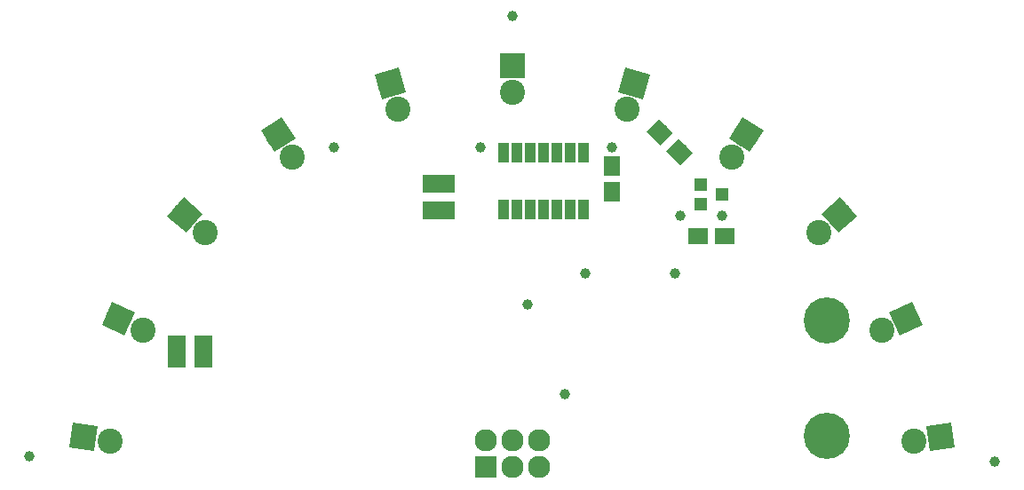
<source format=gbr>
G04 #@! TF.GenerationSoftware,KiCad,Pcbnew,5.0.0-rc2-dev-unknown*
G04 #@! TF.CreationDate,2018-06-18T21:32:58+02:00*
G04 #@! TF.ProjectId,thermometer-bausatz,746865726D6F6D657465722D62617573,rev?*
G04 #@! TF.SameCoordinates,PX3938700PY9896800*
G04 #@! TF.FileFunction,Soldermask,Bot*
G04 #@! TF.FilePolarity,Negative*
%FSLAX46Y46*%
G04 Gerber Fmt 4.6, Leading zero omitted, Abs format (unit mm)*
G04 Created by KiCad (PCBNEW 5.0.0-rc2-dev-unknown) date Mon Jun 18 21:32:58 2018*
%MOMM*%
%LPD*%
G01*
G04 APERTURE LIST*
%ADD10R,1.650000X1.900000*%
%ADD11C,2.400000*%
%ADD12C,0.100000*%
%ADD13R,2.400000X2.400000*%
%ADD14C,4.400500*%
%ADD15R,2.127200X2.127200*%
%ADD16O,2.127200X2.127200*%
%ADD17R,3.170000X1.670000*%
%ADD18R,1.670000X3.170000*%
%ADD19R,1.000000X1.900000*%
%ADD20C,1.000000*%
%ADD21R,1.900000X1.650000*%
%ADD22C,1.700000*%
%ADD23R,1.200100X1.200100*%
G04 APERTURE END LIST*
D10*
X59500000Y29250000D03*
X59500000Y31750000D03*
D11*
X9150000Y5870000D03*
D12*
G36*
X10166577Y4511114D02*
X7791114Y4853423D01*
X8133423Y7228886D01*
X10508886Y6886577D01*
X10166577Y4511114D01*
X10166577Y4511114D01*
G37*
D11*
X11664032Y5507723D03*
X18810000Y27030000D03*
D12*
G36*
X18928381Y25337078D02*
X17117078Y26911619D01*
X18691619Y28722922D01*
X20502922Y27148381D01*
X18928381Y25337078D01*
X18928381Y25337078D01*
G37*
D11*
X20726962Y25363610D03*
X27690000Y34720000D03*
D12*
G36*
X27328475Y33061899D02*
X26031899Y35081525D01*
X28051525Y36378101D01*
X29348101Y34358475D01*
X27328475Y33061899D01*
X27328475Y33061899D01*
G37*
D11*
X29062210Y32582563D03*
X38370000Y39600000D03*
D12*
G36*
X37555034Y38111434D02*
X36881434Y40414966D01*
X39184966Y41088566D01*
X39858566Y38785034D01*
X37555034Y38111434D01*
X37555034Y38111434D01*
G37*
D11*
X39082893Y37162096D03*
D13*
X50000000Y41270000D03*
D11*
X50000000Y38730000D03*
X61630000Y39600000D03*
D12*
G36*
X60140013Y38787633D02*
X60817633Y41089987D01*
X63119987Y40412367D01*
X62442367Y38110013D01*
X60140013Y38787633D01*
X60140013Y38787633D01*
G37*
D11*
X60912853Y37163343D03*
X72310000Y34720000D03*
D12*
G36*
X70651270Y34361370D02*
X71951370Y36378730D01*
X73968730Y35078630D01*
X72668630Y33061270D01*
X70651270Y34361370D01*
X70651270Y34361370D01*
G37*
D11*
X70934061Y32584961D03*
X81190000Y27030000D03*
D12*
G36*
X79497287Y27151335D02*
X81311335Y28722713D01*
X82882713Y26908665D01*
X81068665Y25337287D01*
X79497287Y27151335D01*
X79497287Y27151335D01*
G37*
D11*
X79270132Y25366958D03*
X87540000Y17140000D03*
D12*
G36*
X85950415Y17734322D02*
X88134322Y18729585D01*
X89129585Y16545678D01*
X86945678Y15550415D01*
X85950415Y17734322D01*
X85950415Y17734322D01*
G37*
D11*
X85228698Y16086679D03*
X90850000Y5870000D03*
D12*
G36*
X89492890Y6888947D02*
X91868947Y7227110D01*
X92207110Y4851053D01*
X89831053Y4512890D01*
X89492890Y6888947D01*
X89492890Y6888947D01*
G37*
D11*
X88335340Y5512111D03*
D14*
X80000000Y6000000D03*
X80000000Y17000000D03*
D15*
X47460000Y3000000D03*
D16*
X47460000Y5540000D03*
X50000000Y3000000D03*
X50000000Y5540000D03*
X52540000Y3000000D03*
X52540000Y5540000D03*
D17*
X43000000Y27460000D03*
X43000000Y30000000D03*
D18*
X20540000Y14000000D03*
X18000000Y14000000D03*
D19*
X56810000Y27600000D03*
X55540000Y27600000D03*
X54270000Y27600000D03*
X53000000Y27600000D03*
X51730000Y27600000D03*
X50460000Y27600000D03*
X49190000Y27600000D03*
X49190000Y33000000D03*
X50460000Y33000000D03*
X51730000Y33000000D03*
X53000000Y33000000D03*
X54270000Y33000000D03*
X55540000Y33000000D03*
X56810000Y33000000D03*
D11*
X12460000Y17140000D03*
D12*
G36*
X13051546Y15549380D02*
X10869380Y16548454D01*
X11868454Y18730620D01*
X14050620Y17731546D01*
X13051546Y15549380D01*
X13051546Y15549380D01*
G37*
D11*
X14769460Y16082647D03*
D20*
X47000000Y33500000D03*
X66000000Y27000000D03*
X51500000Y18500000D03*
X57000000Y21500000D03*
X96000000Y3500000D03*
X4000000Y4000000D03*
X50000000Y46000000D03*
X33000000Y33500000D03*
D21*
X67750000Y25000000D03*
X70250000Y25000000D03*
D22*
X65954594Y33045406D03*
D12*
G36*
X67227386Y32974695D02*
X66025305Y31772614D01*
X64681802Y33116117D01*
X65883883Y34318198D01*
X67227386Y32974695D01*
X67227386Y32974695D01*
G37*
D22*
X64045406Y34954594D03*
D12*
G36*
X65318198Y34883883D02*
X64116117Y33681802D01*
X62772614Y35025305D01*
X63974695Y36227386D01*
X65318198Y34883883D01*
X65318198Y34883883D01*
G37*
D23*
X67999240Y28050000D03*
X67999240Y29950000D03*
X69998220Y29000000D03*
D20*
X70000000Y27000000D03*
X59500000Y33500000D03*
X55000000Y10000000D03*
X65500000Y21500000D03*
M02*

</source>
